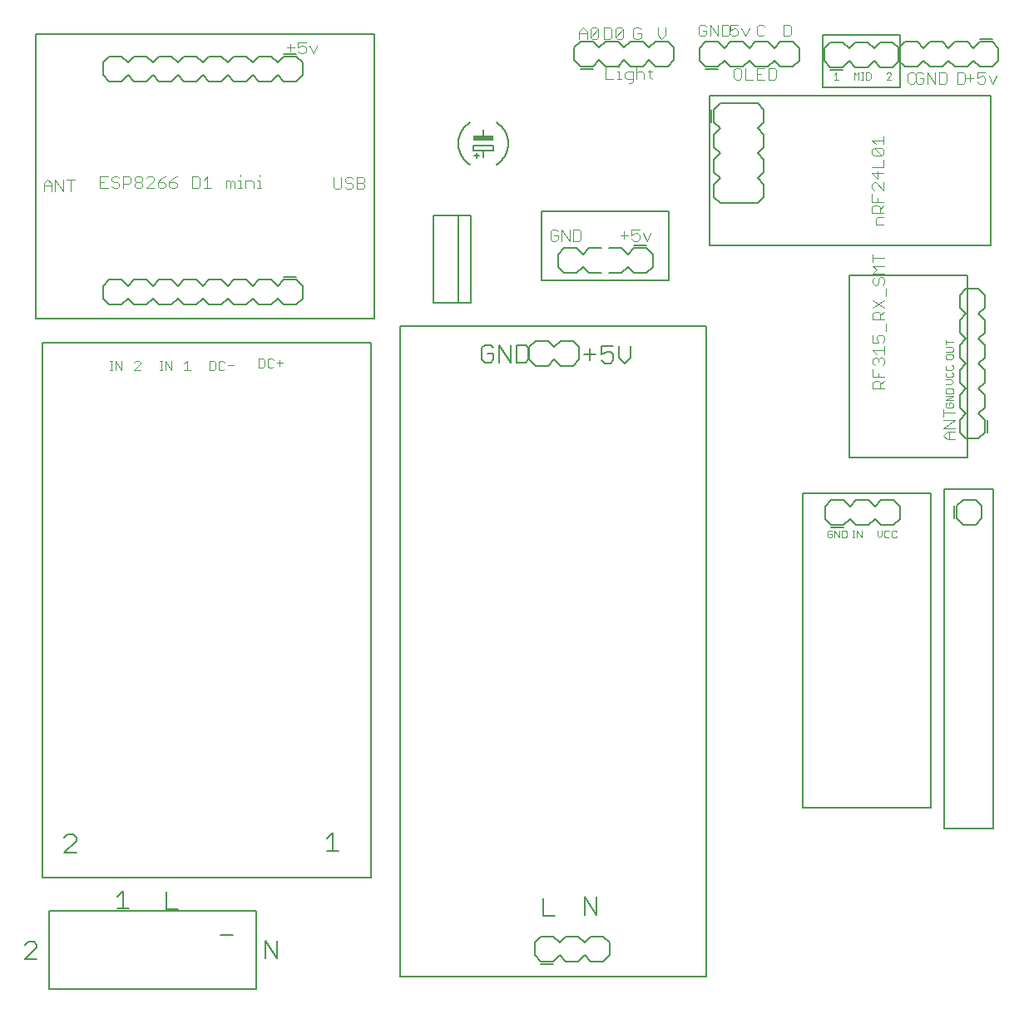
<source format=gto>
G75*
%MOIN*%
%OFA0B0*%
%FSLAX25Y25*%
%IPPOS*%
%LPD*%
%AMOC8*
5,1,8,0,0,1.08239X$1,22.5*
%
%ADD10C,0.00800*%
%ADD11C,0.00500*%
%ADD12C,0.00600*%
%ADD13R,0.08000X0.02000*%
%ADD14C,0.00400*%
%ADD15C,0.00300*%
D10*
X0102528Y0029756D02*
X0107528Y0029756D01*
X0228532Y0026768D02*
X0228532Y0021768D01*
X0231032Y0019268D01*
X0236032Y0019268D01*
X0238532Y0021768D01*
X0241032Y0019268D01*
X0246032Y0019268D01*
X0248532Y0021768D01*
X0251032Y0019268D01*
X0256032Y0019268D01*
X0258532Y0021768D01*
X0258532Y0026768D01*
X0256032Y0029268D01*
X0251032Y0029268D01*
X0248532Y0026768D01*
X0246032Y0029268D01*
X0241032Y0029268D01*
X0238532Y0026768D01*
X0236032Y0029268D01*
X0231032Y0029268D01*
X0228532Y0026768D01*
X0231032Y0018268D02*
X0236032Y0018268D01*
X0347331Y0193150D02*
X0352331Y0193150D01*
X0352331Y0194150D02*
X0347331Y0194150D01*
X0344831Y0196650D01*
X0344831Y0201650D01*
X0347331Y0204150D01*
X0352331Y0204150D01*
X0354831Y0201650D01*
X0357331Y0204150D01*
X0362331Y0204150D01*
X0364831Y0201650D01*
X0367331Y0204150D01*
X0372331Y0204150D01*
X0374831Y0201650D01*
X0374831Y0196650D01*
X0372331Y0194150D01*
X0367331Y0194150D01*
X0364831Y0196650D01*
X0362331Y0194150D01*
X0357331Y0194150D01*
X0354831Y0196650D01*
X0352331Y0194150D01*
X0396627Y0196846D02*
X0396627Y0201846D01*
X0397627Y0201846D02*
X0400127Y0204346D01*
X0405127Y0204346D01*
X0407627Y0201846D01*
X0407627Y0196846D01*
X0405127Y0194346D01*
X0400127Y0194346D01*
X0397627Y0196846D01*
X0397627Y0201846D01*
X0401426Y0228756D02*
X0398926Y0231256D01*
X0398926Y0236256D01*
X0401426Y0238756D01*
X0398926Y0241256D01*
X0398926Y0246256D01*
X0401426Y0248756D01*
X0398926Y0251256D01*
X0398926Y0256256D01*
X0401426Y0258756D01*
X0398926Y0261256D01*
X0398926Y0266256D01*
X0401426Y0268756D01*
X0398926Y0271256D01*
X0398926Y0276256D01*
X0401426Y0278756D01*
X0398926Y0281256D01*
X0398926Y0286256D01*
X0401426Y0288756D01*
X0406426Y0288756D01*
X0408926Y0286256D01*
X0408926Y0281256D01*
X0406426Y0278756D01*
X0408926Y0276256D01*
X0408926Y0271256D01*
X0406426Y0268756D01*
X0408926Y0266256D01*
X0408926Y0261256D01*
X0406426Y0258756D01*
X0408926Y0256256D01*
X0408926Y0251256D01*
X0406426Y0248756D01*
X0408926Y0246256D01*
X0408926Y0241256D01*
X0406426Y0238756D01*
X0408926Y0236256D01*
X0408926Y0231256D01*
X0406426Y0228756D01*
X0401426Y0228756D01*
X0409926Y0231256D02*
X0409926Y0236256D01*
X0320383Y0325626D02*
X0317883Y0323126D01*
X0302883Y0323126D01*
X0300383Y0325626D01*
X0300383Y0330626D01*
X0302883Y0333126D01*
X0300383Y0335626D01*
X0300383Y0340626D01*
X0302883Y0343126D01*
X0300383Y0345626D01*
X0300383Y0350626D01*
X0302883Y0353126D01*
X0300383Y0355626D01*
X0300383Y0360626D01*
X0302883Y0363126D01*
X0317883Y0363126D01*
X0320383Y0360626D01*
X0320383Y0355626D01*
X0317883Y0353126D01*
X0320383Y0350626D01*
X0320383Y0345626D01*
X0317883Y0343126D01*
X0320383Y0340626D01*
X0320383Y0335626D01*
X0317883Y0333126D01*
X0320383Y0330626D01*
X0320383Y0325626D01*
X0299383Y0355626D02*
X0299383Y0360626D01*
X0297095Y0376850D02*
X0302095Y0376850D01*
X0302095Y0377850D02*
X0297095Y0377850D01*
X0294595Y0380350D01*
X0294595Y0385350D01*
X0297095Y0387850D01*
X0302095Y0387850D01*
X0304595Y0385350D01*
X0307095Y0387850D01*
X0312095Y0387850D01*
X0314595Y0385350D01*
X0317095Y0387850D01*
X0322095Y0387850D01*
X0324595Y0385350D01*
X0327095Y0387850D01*
X0332095Y0387850D01*
X0334595Y0385350D01*
X0334595Y0380350D01*
X0332095Y0377850D01*
X0327095Y0377850D01*
X0324595Y0380350D01*
X0322095Y0377850D01*
X0317095Y0377850D01*
X0314595Y0380350D01*
X0312095Y0377850D01*
X0307095Y0377850D01*
X0304595Y0380350D01*
X0302095Y0377850D01*
X0284438Y0380429D02*
X0284438Y0385429D01*
X0281938Y0387929D01*
X0276938Y0387929D01*
X0274438Y0385429D01*
X0271938Y0387929D01*
X0266938Y0387929D01*
X0264438Y0385429D01*
X0261938Y0387929D01*
X0256938Y0387929D01*
X0254438Y0385429D01*
X0251938Y0387929D01*
X0246938Y0387929D01*
X0244438Y0385429D01*
X0244438Y0380429D01*
X0246938Y0377929D01*
X0251938Y0377929D01*
X0254438Y0380429D01*
X0256938Y0377929D01*
X0261938Y0377929D01*
X0264438Y0380429D01*
X0266938Y0377929D01*
X0271938Y0377929D01*
X0274438Y0380429D01*
X0276938Y0377929D01*
X0281938Y0377929D01*
X0284438Y0380429D01*
X0251938Y0376929D02*
X0246938Y0376929D01*
X0203080Y0318126D02*
X0187843Y0318126D01*
X0187942Y0318106D02*
X0187942Y0283106D01*
X0187843Y0283087D02*
X0203080Y0283087D01*
X0202942Y0283106D02*
X0202942Y0318106D01*
X0197942Y0318106D02*
X0197942Y0283106D01*
X0226406Y0265429D02*
X0226406Y0260429D01*
X0228906Y0257929D01*
X0233906Y0257929D01*
X0236406Y0260429D01*
X0238906Y0257929D01*
X0243906Y0257929D01*
X0246406Y0260429D01*
X0246406Y0265429D01*
X0243906Y0267929D01*
X0238906Y0267929D01*
X0236406Y0265429D01*
X0233906Y0267929D01*
X0228906Y0267929D01*
X0226406Y0265429D01*
X0240402Y0295094D02*
X0237902Y0297594D01*
X0237902Y0302594D01*
X0240402Y0305094D01*
X0245402Y0305094D01*
X0247902Y0302594D01*
X0250402Y0305094D01*
X0255402Y0305094D01*
X0258434Y0305094D02*
X0263434Y0305094D01*
X0265934Y0302594D01*
X0268434Y0305094D01*
X0273434Y0305094D01*
X0275934Y0302594D01*
X0275934Y0297594D01*
X0273434Y0295094D01*
X0268434Y0295094D01*
X0265934Y0297594D01*
X0263434Y0295094D01*
X0258434Y0295094D01*
X0255402Y0295094D02*
X0250402Y0295094D01*
X0247902Y0297594D01*
X0245402Y0295094D01*
X0240402Y0295094D01*
X0268434Y0306094D02*
X0273434Y0306094D01*
X0347017Y0376693D02*
X0352017Y0376693D01*
X0352017Y0377693D02*
X0347017Y0377693D01*
X0344517Y0380193D01*
X0344517Y0385193D01*
X0347017Y0387693D01*
X0352017Y0387693D01*
X0354517Y0385193D01*
X0357017Y0387693D01*
X0362017Y0387693D01*
X0364517Y0385193D01*
X0367017Y0387693D01*
X0372017Y0387693D01*
X0374517Y0385193D01*
X0374517Y0380193D01*
X0372017Y0377693D01*
X0367017Y0377693D01*
X0364517Y0380193D01*
X0362017Y0377693D01*
X0357017Y0377693D01*
X0354517Y0380193D01*
X0352017Y0377693D01*
X0374438Y0380272D02*
X0374438Y0385272D01*
X0376938Y0387772D01*
X0381938Y0387772D01*
X0384438Y0385272D01*
X0386938Y0387772D01*
X0391938Y0387772D01*
X0394438Y0385272D01*
X0396938Y0387772D01*
X0401938Y0387772D01*
X0404438Y0385272D01*
X0406938Y0387772D01*
X0411938Y0387772D01*
X0414438Y0385272D01*
X0414438Y0380272D01*
X0411938Y0377772D01*
X0406938Y0377772D01*
X0404438Y0380272D01*
X0401938Y0377772D01*
X0396938Y0377772D01*
X0394438Y0380272D01*
X0391938Y0377772D01*
X0386938Y0377772D01*
X0384438Y0380272D01*
X0381938Y0377772D01*
X0376938Y0377772D01*
X0374438Y0380272D01*
X0406938Y0388772D02*
X0411938Y0388772D01*
X0135501Y0379366D02*
X0135501Y0374366D01*
X0133001Y0371866D01*
X0128001Y0371866D01*
X0125501Y0374366D01*
X0123001Y0371866D01*
X0118001Y0371866D01*
X0115501Y0374366D01*
X0113001Y0371866D01*
X0108001Y0371866D01*
X0105501Y0374366D01*
X0103001Y0371866D01*
X0098001Y0371866D01*
X0095501Y0374366D01*
X0093001Y0371866D01*
X0088001Y0371866D01*
X0085501Y0374366D01*
X0083001Y0371866D01*
X0078001Y0371866D01*
X0075501Y0374366D01*
X0073001Y0371866D01*
X0068001Y0371866D01*
X0065501Y0374366D01*
X0063001Y0371866D01*
X0058001Y0371866D01*
X0055501Y0374366D01*
X0055501Y0379366D01*
X0058001Y0381866D01*
X0063001Y0381866D01*
X0065501Y0379366D01*
X0068001Y0381866D01*
X0073001Y0381866D01*
X0075501Y0379366D01*
X0078001Y0381866D01*
X0083001Y0381866D01*
X0085501Y0379366D01*
X0088001Y0381866D01*
X0093001Y0381866D01*
X0095501Y0379366D01*
X0098001Y0381866D01*
X0103001Y0381866D01*
X0105501Y0379366D01*
X0108001Y0381866D01*
X0113001Y0381866D01*
X0115501Y0379366D01*
X0118001Y0381866D01*
X0123001Y0381866D01*
X0125501Y0379366D01*
X0128001Y0381866D01*
X0133001Y0381866D01*
X0135501Y0379366D01*
X0133001Y0382866D02*
X0128001Y0382866D01*
X0128001Y0293496D02*
X0133001Y0293496D01*
X0133001Y0292496D02*
X0135501Y0289996D01*
X0135501Y0284996D01*
X0133001Y0282496D01*
X0128001Y0282496D01*
X0125501Y0284996D01*
X0123001Y0282496D01*
X0118001Y0282496D01*
X0115501Y0284996D01*
X0113001Y0282496D01*
X0108001Y0282496D01*
X0105501Y0284996D01*
X0103001Y0282496D01*
X0098001Y0282496D01*
X0095501Y0284996D01*
X0093001Y0282496D01*
X0088001Y0282496D01*
X0085501Y0284996D01*
X0083001Y0282496D01*
X0078001Y0282496D01*
X0075501Y0284996D01*
X0073001Y0282496D01*
X0068001Y0282496D01*
X0065501Y0284996D01*
X0063001Y0282496D01*
X0058001Y0282496D01*
X0055501Y0284996D01*
X0055501Y0289996D01*
X0058001Y0292496D01*
X0063001Y0292496D01*
X0065501Y0289996D01*
X0068001Y0292496D01*
X0073001Y0292496D01*
X0075501Y0289996D01*
X0078001Y0292496D01*
X0083001Y0292496D01*
X0085501Y0289996D01*
X0088001Y0292496D01*
X0093001Y0292496D01*
X0095501Y0289996D01*
X0098001Y0292496D01*
X0103001Y0292496D01*
X0105501Y0289996D01*
X0108001Y0292496D01*
X0113001Y0292496D01*
X0115501Y0289996D01*
X0118001Y0292496D01*
X0123001Y0292496D01*
X0125501Y0289996D01*
X0128001Y0292496D01*
X0133001Y0292496D01*
D11*
X0164320Y0276827D02*
X0164320Y0390764D01*
X0028729Y0390764D01*
X0028729Y0276827D01*
X0164320Y0276827D01*
X0163060Y0267339D02*
X0031328Y0267339D01*
X0031328Y0052772D01*
X0163060Y0052772D01*
X0163060Y0267339D01*
X0174595Y0273992D02*
X0174595Y0013323D01*
X0297272Y0013323D01*
X0297272Y0273992D01*
X0174595Y0273992D01*
X0231249Y0292339D02*
X0231249Y0319898D01*
X0282430Y0319898D01*
X0282430Y0292339D01*
X0231249Y0292339D01*
X0298572Y0306118D02*
X0298572Y0366354D01*
X0411170Y0366354D01*
X0411170Y0306118D01*
X0298572Y0306118D01*
X0354674Y0294110D02*
X0401918Y0294110D01*
X0401918Y0221118D01*
X0354674Y0221118D01*
X0354674Y0294110D01*
X0343926Y0369465D02*
X0343926Y0390449D01*
X0375028Y0390449D01*
X0375028Y0369465D01*
X0343926Y0369465D01*
X0335973Y0206906D02*
X0335973Y0080921D01*
X0387154Y0080921D01*
X0387154Y0206906D01*
X0335973Y0206906D01*
X0392666Y0208480D02*
X0392666Y0072654D01*
X0412351Y0072654D01*
X0412351Y0208480D01*
X0392666Y0208480D01*
X0116918Y0039622D02*
X0116918Y0008126D01*
X0033926Y0008126D01*
X0033926Y0039622D01*
X0116918Y0039622D01*
D12*
X0029025Y0024749D02*
X0024354Y0020078D01*
X0029025Y0020078D01*
X0029025Y0024749D02*
X0029025Y0025916D01*
X0027857Y0027084D01*
X0025522Y0027084D01*
X0024354Y0025916D01*
X0061323Y0040472D02*
X0065993Y0040472D01*
X0063658Y0040472D02*
X0063658Y0047478D01*
X0061323Y0045142D01*
X0080929Y0047084D02*
X0080929Y0040078D01*
X0085599Y0040078D01*
X0120535Y0027517D02*
X0120535Y0020511D01*
X0125206Y0020511D02*
X0120535Y0027517D01*
X0125206Y0027517D02*
X0125206Y0020511D01*
X0145243Y0063583D02*
X0150097Y0063583D01*
X0147670Y0063583D02*
X0147670Y0070864D01*
X0145243Y0068437D01*
X0232031Y0044604D02*
X0232031Y0037598D01*
X0236702Y0037598D01*
X0248763Y0038031D02*
X0248763Y0045037D01*
X0253434Y0038031D01*
X0253434Y0045037D01*
X0044821Y0062796D02*
X0039968Y0062796D01*
X0044821Y0067650D01*
X0044821Y0068863D01*
X0043608Y0070076D01*
X0041181Y0070076D01*
X0039968Y0068863D01*
X0208543Y0259292D02*
X0207376Y0260460D01*
X0207376Y0265130D01*
X0208543Y0266298D01*
X0210879Y0266298D01*
X0212046Y0265130D01*
X0212046Y0262795D02*
X0209711Y0262795D01*
X0212046Y0262795D02*
X0212046Y0260460D01*
X0210879Y0259292D01*
X0208543Y0259292D01*
X0214374Y0259292D02*
X0214374Y0266298D01*
X0219044Y0259292D01*
X0219044Y0266298D01*
X0221372Y0266298D02*
X0221372Y0259292D01*
X0224875Y0259292D01*
X0226042Y0260460D01*
X0226042Y0265130D01*
X0224875Y0266298D01*
X0221372Y0266298D01*
X0248399Y0262401D02*
X0253070Y0262401D01*
X0255397Y0262401D02*
X0257733Y0263569D01*
X0258900Y0263569D01*
X0260068Y0262401D01*
X0260068Y0260066D01*
X0258900Y0258898D01*
X0256565Y0258898D01*
X0255397Y0260066D01*
X0255397Y0262401D02*
X0255397Y0265904D01*
X0260068Y0265904D01*
X0262395Y0265904D02*
X0262395Y0261234D01*
X0264730Y0258898D01*
X0267066Y0261234D01*
X0267066Y0265904D01*
X0250735Y0264737D02*
X0250735Y0260066D01*
X0207942Y0341563D02*
X0207942Y0344063D01*
X0203942Y0344063D01*
X0203942Y0346063D01*
X0211942Y0346063D01*
X0211942Y0344063D01*
X0207942Y0344063D01*
X0206442Y0342063D02*
X0204442Y0342063D01*
X0205442Y0341063D02*
X0205442Y0343063D01*
X0213230Y0338576D02*
X0213436Y0338707D01*
X0213638Y0338844D01*
X0213837Y0338986D01*
X0214033Y0339132D01*
X0214225Y0339283D01*
X0214413Y0339439D01*
X0214597Y0339599D01*
X0214777Y0339764D01*
X0214954Y0339933D01*
X0215126Y0340106D01*
X0215293Y0340284D01*
X0215457Y0340465D01*
X0215616Y0340651D01*
X0215770Y0340840D01*
X0215920Y0341033D01*
X0216065Y0341230D01*
X0216205Y0341430D01*
X0216340Y0341633D01*
X0216470Y0341840D01*
X0216595Y0342050D01*
X0216715Y0342263D01*
X0216829Y0342478D01*
X0216938Y0342697D01*
X0217042Y0342918D01*
X0217141Y0343141D01*
X0217234Y0343367D01*
X0217321Y0343595D01*
X0217403Y0343825D01*
X0217480Y0344057D01*
X0217550Y0344291D01*
X0217615Y0344527D01*
X0217674Y0344764D01*
X0217727Y0345002D01*
X0217775Y0345241D01*
X0217816Y0345482D01*
X0217852Y0345724D01*
X0217882Y0345966D01*
X0217905Y0346209D01*
X0217923Y0346453D01*
X0217935Y0346697D01*
X0217941Y0346941D01*
X0217941Y0347185D01*
X0217935Y0347429D01*
X0217923Y0347673D01*
X0217905Y0347917D01*
X0217882Y0348160D01*
X0217852Y0348402D01*
X0217816Y0348644D01*
X0217775Y0348885D01*
X0217727Y0349124D01*
X0217674Y0349362D01*
X0217615Y0349599D01*
X0217550Y0349835D01*
X0217480Y0350069D01*
X0217403Y0350301D01*
X0217321Y0350531D01*
X0217234Y0350759D01*
X0217141Y0350985D01*
X0217042Y0351208D01*
X0216938Y0351429D01*
X0216829Y0351648D01*
X0216715Y0351863D01*
X0216595Y0352076D01*
X0216470Y0352286D01*
X0216340Y0352493D01*
X0216205Y0352696D01*
X0216065Y0352896D01*
X0215920Y0353093D01*
X0215770Y0353286D01*
X0215616Y0353475D01*
X0215457Y0353661D01*
X0215293Y0353842D01*
X0215126Y0354020D01*
X0214954Y0354193D01*
X0214777Y0354362D01*
X0214597Y0354527D01*
X0214413Y0354687D01*
X0214225Y0354843D01*
X0214033Y0354994D01*
X0213837Y0355140D01*
X0213638Y0355282D01*
X0213436Y0355419D01*
X0213230Y0355550D01*
X0207942Y0352563D02*
X0207942Y0349563D01*
X0202654Y0355550D02*
X0202448Y0355419D01*
X0202246Y0355282D01*
X0202047Y0355140D01*
X0201851Y0354994D01*
X0201659Y0354843D01*
X0201471Y0354687D01*
X0201287Y0354527D01*
X0201107Y0354362D01*
X0200930Y0354193D01*
X0200758Y0354020D01*
X0200591Y0353842D01*
X0200427Y0353661D01*
X0200268Y0353475D01*
X0200114Y0353286D01*
X0199964Y0353093D01*
X0199819Y0352896D01*
X0199679Y0352696D01*
X0199544Y0352493D01*
X0199414Y0352286D01*
X0199289Y0352076D01*
X0199169Y0351863D01*
X0199055Y0351648D01*
X0198946Y0351429D01*
X0198842Y0351208D01*
X0198743Y0350985D01*
X0198650Y0350759D01*
X0198563Y0350531D01*
X0198481Y0350301D01*
X0198404Y0350069D01*
X0198334Y0349835D01*
X0198269Y0349599D01*
X0198210Y0349362D01*
X0198157Y0349124D01*
X0198109Y0348885D01*
X0198068Y0348644D01*
X0198032Y0348402D01*
X0198002Y0348160D01*
X0197979Y0347917D01*
X0197961Y0347673D01*
X0197949Y0347429D01*
X0197943Y0347185D01*
X0197943Y0346941D01*
X0197949Y0346697D01*
X0197961Y0346453D01*
X0197979Y0346209D01*
X0198002Y0345966D01*
X0198032Y0345724D01*
X0198068Y0345482D01*
X0198109Y0345241D01*
X0198157Y0345002D01*
X0198210Y0344764D01*
X0198269Y0344527D01*
X0198334Y0344291D01*
X0198404Y0344057D01*
X0198481Y0343825D01*
X0198563Y0343595D01*
X0198650Y0343367D01*
X0198743Y0343141D01*
X0198842Y0342918D01*
X0198946Y0342697D01*
X0199055Y0342478D01*
X0199169Y0342263D01*
X0199289Y0342050D01*
X0199414Y0341840D01*
X0199544Y0341633D01*
X0199679Y0341430D01*
X0199819Y0341230D01*
X0199964Y0341033D01*
X0200114Y0340840D01*
X0200268Y0340651D01*
X0200427Y0340465D01*
X0200591Y0340284D01*
X0200758Y0340106D01*
X0200930Y0339933D01*
X0201107Y0339764D01*
X0201287Y0339599D01*
X0201471Y0339439D01*
X0201659Y0339283D01*
X0201851Y0339132D01*
X0202047Y0338986D01*
X0202246Y0338844D01*
X0202448Y0338707D01*
X0202654Y0338576D01*
D13*
X0207942Y0349063D03*
D14*
X0235570Y0312576D02*
X0234802Y0311808D01*
X0234802Y0308739D01*
X0235570Y0307972D01*
X0237104Y0307972D01*
X0237872Y0308739D01*
X0237872Y0310274D01*
X0236337Y0310274D01*
X0237872Y0311808D02*
X0237104Y0312576D01*
X0235570Y0312576D01*
X0239406Y0312576D02*
X0242476Y0307972D01*
X0242476Y0312576D01*
X0244010Y0312576D02*
X0244010Y0307972D01*
X0246312Y0307972D01*
X0247080Y0308739D01*
X0247080Y0311808D01*
X0246312Y0312576D01*
X0244010Y0312576D01*
X0239406Y0312576D02*
X0239406Y0307972D01*
X0262834Y0310274D02*
X0265903Y0310274D01*
X0267438Y0310274D02*
X0268972Y0311041D01*
X0269740Y0311041D01*
X0270507Y0310274D01*
X0270507Y0308739D01*
X0269740Y0307972D01*
X0268205Y0307972D01*
X0267438Y0308739D01*
X0267438Y0310274D02*
X0267438Y0312576D01*
X0270507Y0312576D01*
X0272042Y0311041D02*
X0273576Y0307972D01*
X0275111Y0311041D01*
X0264369Y0311808D02*
X0264369Y0308739D01*
X0266247Y0371240D02*
X0267015Y0371240D01*
X0267782Y0372007D01*
X0267782Y0375844D01*
X0265480Y0375844D01*
X0264713Y0375077D01*
X0264713Y0373542D01*
X0265480Y0372775D01*
X0267782Y0372775D01*
X0269316Y0372775D02*
X0269316Y0377379D01*
X0270084Y0375844D02*
X0271618Y0375844D01*
X0272386Y0375077D01*
X0272386Y0372775D01*
X0274688Y0373542D02*
X0274688Y0376611D01*
X0275455Y0375844D02*
X0273920Y0375844D01*
X0274688Y0373542D02*
X0275455Y0372775D01*
X0270084Y0375844D02*
X0269316Y0375077D01*
X0263178Y0372775D02*
X0261643Y0372775D01*
X0262411Y0372775D02*
X0262411Y0375844D01*
X0261643Y0375844D01*
X0262411Y0377379D02*
X0262411Y0378146D01*
X0257039Y0377379D02*
X0257039Y0372775D01*
X0260109Y0372775D01*
X0261623Y0388917D02*
X0260856Y0389684D01*
X0263925Y0392753D01*
X0263925Y0389684D01*
X0263158Y0388917D01*
X0261623Y0388917D01*
X0260856Y0389684D02*
X0260856Y0392753D01*
X0261623Y0393520D01*
X0263158Y0393520D01*
X0263925Y0392753D01*
X0268063Y0392753D02*
X0268063Y0389684D01*
X0268830Y0388917D01*
X0270365Y0388917D01*
X0271132Y0389684D01*
X0271132Y0391218D01*
X0269598Y0391218D01*
X0271132Y0392753D02*
X0270365Y0393520D01*
X0268830Y0393520D01*
X0268063Y0392753D01*
X0259321Y0392753D02*
X0258554Y0393520D01*
X0256252Y0393520D01*
X0256252Y0388917D01*
X0258554Y0388917D01*
X0259321Y0389684D01*
X0259321Y0392753D01*
X0254083Y0392753D02*
X0251013Y0389684D01*
X0251781Y0388917D01*
X0253315Y0388917D01*
X0254083Y0389684D01*
X0254083Y0392753D01*
X0253315Y0393520D01*
X0251781Y0393520D01*
X0251013Y0392753D01*
X0251013Y0389684D01*
X0249479Y0388917D02*
X0249479Y0391986D01*
X0247944Y0393520D01*
X0246409Y0391986D01*
X0246409Y0388917D01*
X0246409Y0391218D02*
X0249479Y0391218D01*
X0277906Y0390451D02*
X0279440Y0388917D01*
X0280975Y0390451D01*
X0280975Y0393520D01*
X0277906Y0393520D02*
X0277906Y0390451D01*
X0294283Y0390826D02*
X0294283Y0393895D01*
X0295051Y0394662D01*
X0296585Y0394662D01*
X0297353Y0393895D01*
X0297353Y0392360D02*
X0295818Y0392360D01*
X0297353Y0392360D02*
X0297353Y0390826D01*
X0296585Y0390058D01*
X0295051Y0390058D01*
X0294283Y0390826D01*
X0298887Y0390058D02*
X0298887Y0394662D01*
X0301957Y0390058D01*
X0301957Y0394662D01*
X0303491Y0394662D02*
X0305793Y0394662D01*
X0306561Y0393895D01*
X0306561Y0390826D01*
X0305793Y0390058D01*
X0303491Y0390058D01*
X0303491Y0394662D01*
X0306783Y0394662D02*
X0306783Y0392360D01*
X0308318Y0393128D01*
X0309085Y0393128D01*
X0309853Y0392360D01*
X0309853Y0390826D01*
X0309085Y0390058D01*
X0307551Y0390058D01*
X0306783Y0390826D01*
X0306783Y0394662D02*
X0309853Y0394662D01*
X0311387Y0393128D02*
X0312922Y0390058D01*
X0314457Y0393128D01*
X0317571Y0393895D02*
X0317571Y0390826D01*
X0318338Y0390058D01*
X0319873Y0390058D01*
X0320640Y0390826D01*
X0320640Y0393895D02*
X0319873Y0394662D01*
X0318338Y0394662D01*
X0317571Y0393895D01*
X0328358Y0394662D02*
X0330660Y0394662D01*
X0331428Y0393895D01*
X0331428Y0390826D01*
X0330660Y0390058D01*
X0328358Y0390058D01*
X0328358Y0394662D01*
X0324492Y0377300D02*
X0322190Y0377300D01*
X0322190Y0372696D01*
X0324492Y0372696D01*
X0325259Y0373463D01*
X0325259Y0376533D01*
X0324492Y0377300D01*
X0320655Y0377300D02*
X0317586Y0377300D01*
X0317586Y0372696D01*
X0320655Y0372696D01*
X0319120Y0374998D02*
X0317586Y0374998D01*
X0316051Y0372696D02*
X0312982Y0372696D01*
X0312982Y0377300D01*
X0311447Y0376533D02*
X0311447Y0373463D01*
X0310680Y0372696D01*
X0309145Y0372696D01*
X0308378Y0373463D01*
X0308378Y0376533D01*
X0309145Y0377300D01*
X0310680Y0377300D01*
X0311447Y0376533D01*
X0363768Y0348249D02*
X0368372Y0348249D01*
X0368372Y0349783D02*
X0368372Y0346714D01*
X0367604Y0345179D02*
X0368372Y0344412D01*
X0368372Y0342877D01*
X0367604Y0342110D01*
X0364535Y0345179D01*
X0367604Y0345179D01*
X0365302Y0346714D02*
X0363768Y0348249D01*
X0364535Y0345179D02*
X0363768Y0344412D01*
X0363768Y0342877D01*
X0364535Y0342110D01*
X0367604Y0342110D01*
X0368372Y0340576D02*
X0368372Y0337506D01*
X0363768Y0337506D01*
X0363768Y0335204D02*
X0366070Y0332902D01*
X0366070Y0335972D01*
X0368372Y0335204D02*
X0363768Y0335204D01*
X0364535Y0331368D02*
X0363768Y0330600D01*
X0363768Y0329066D01*
X0364535Y0328298D01*
X0363768Y0326764D02*
X0363768Y0323694D01*
X0368372Y0323694D01*
X0368372Y0322160D02*
X0366837Y0320625D01*
X0366837Y0321393D02*
X0366837Y0319091D01*
X0368372Y0319091D02*
X0363768Y0319091D01*
X0363768Y0321393D01*
X0364535Y0322160D01*
X0366070Y0322160D01*
X0366837Y0321393D01*
X0366070Y0323694D02*
X0366070Y0325229D01*
X0368372Y0328298D02*
X0365302Y0331368D01*
X0364535Y0331368D01*
X0368372Y0331368D02*
X0368372Y0328298D01*
X0368372Y0317556D02*
X0366070Y0317556D01*
X0365302Y0316789D01*
X0365302Y0314487D01*
X0368372Y0314487D01*
X0364043Y0302590D02*
X0364043Y0299520D01*
X0364043Y0297986D02*
X0368647Y0297986D01*
X0368647Y0301055D02*
X0364043Y0301055D01*
X0364043Y0297986D02*
X0365578Y0296451D01*
X0364043Y0294916D01*
X0368647Y0294916D01*
X0367880Y0293382D02*
X0368647Y0292614D01*
X0368647Y0291080D01*
X0367880Y0290312D01*
X0366345Y0291080D02*
X0366345Y0292614D01*
X0367113Y0293382D01*
X0367880Y0293382D01*
X0366345Y0291080D02*
X0365578Y0290312D01*
X0364811Y0290312D01*
X0364043Y0291080D01*
X0364043Y0292614D01*
X0364811Y0293382D01*
X0369415Y0288778D02*
X0369415Y0285709D01*
X0368647Y0284174D02*
X0364043Y0281105D01*
X0364811Y0279570D02*
X0364043Y0278803D01*
X0364043Y0276501D01*
X0368647Y0276501D01*
X0367113Y0276501D02*
X0367113Y0278803D01*
X0366345Y0279570D01*
X0364811Y0279570D01*
X0367113Y0278035D02*
X0368647Y0279570D01*
X0368647Y0281105D02*
X0364043Y0284174D01*
X0369415Y0274966D02*
X0369415Y0271897D01*
X0367880Y0270362D02*
X0368647Y0269595D01*
X0368647Y0268060D01*
X0367880Y0267293D01*
X0366345Y0267293D02*
X0365578Y0268827D01*
X0365578Y0269595D01*
X0366345Y0270362D01*
X0367880Y0270362D01*
X0366345Y0267293D02*
X0364043Y0267293D01*
X0364043Y0270362D01*
X0364043Y0264224D02*
X0368647Y0264224D01*
X0368647Y0265758D02*
X0368647Y0262689D01*
X0367880Y0261154D02*
X0368647Y0260387D01*
X0368647Y0258852D01*
X0367880Y0258085D01*
X0366345Y0259620D02*
X0366345Y0260387D01*
X0367113Y0261154D01*
X0367880Y0261154D01*
X0366345Y0260387D02*
X0365578Y0261154D01*
X0364811Y0261154D01*
X0364043Y0260387D01*
X0364043Y0258852D01*
X0364811Y0258085D01*
X0364043Y0256550D02*
X0364043Y0253481D01*
X0368647Y0253481D01*
X0368647Y0251946D02*
X0367113Y0250412D01*
X0367113Y0251179D02*
X0367113Y0248877D01*
X0368647Y0248877D02*
X0364043Y0248877D01*
X0364043Y0251179D01*
X0364811Y0251946D01*
X0366345Y0251946D01*
X0367113Y0251179D01*
X0366345Y0253481D02*
X0366345Y0255016D01*
X0365578Y0262689D02*
X0364043Y0264224D01*
X0392390Y0240682D02*
X0392390Y0237613D01*
X0392390Y0239147D02*
X0396994Y0239147D01*
X0396994Y0236078D02*
X0392390Y0236078D01*
X0392390Y0233009D02*
X0396994Y0236078D01*
X0396994Y0233009D02*
X0392390Y0233009D01*
X0393924Y0231474D02*
X0396994Y0231474D01*
X0394692Y0231474D02*
X0394692Y0228405D01*
X0393924Y0228405D02*
X0396994Y0228405D01*
X0393924Y0228405D02*
X0392390Y0229939D01*
X0393924Y0231474D01*
X0392848Y0370964D02*
X0393615Y0371731D01*
X0393615Y0374800D01*
X0392848Y0375568D01*
X0390546Y0375568D01*
X0390546Y0370964D01*
X0392848Y0370964D01*
X0389011Y0370964D02*
X0389011Y0375568D01*
X0385942Y0375568D02*
X0389011Y0370964D01*
X0385942Y0370964D02*
X0385942Y0375568D01*
X0384407Y0374800D02*
X0383640Y0375568D01*
X0382105Y0375568D01*
X0381338Y0374800D01*
X0381338Y0371731D01*
X0382105Y0370964D01*
X0383640Y0370964D01*
X0384407Y0371731D01*
X0384407Y0373266D01*
X0382872Y0373266D01*
X0381115Y0374800D02*
X0380348Y0375568D01*
X0378813Y0375568D01*
X0378046Y0374800D01*
X0378046Y0371731D01*
X0378813Y0370964D01*
X0380348Y0370964D01*
X0381115Y0371731D01*
X0398046Y0370964D02*
X0400348Y0370964D01*
X0401115Y0371731D01*
X0401115Y0374800D01*
X0400348Y0375568D01*
X0398046Y0375568D01*
X0398046Y0370964D01*
X0401338Y0373266D02*
X0404407Y0373266D01*
X0405942Y0373266D02*
X0407476Y0374033D01*
X0408244Y0374033D01*
X0409011Y0373266D01*
X0409011Y0371731D01*
X0408244Y0370964D01*
X0406709Y0370964D01*
X0405942Y0371731D01*
X0405942Y0373266D02*
X0405942Y0375568D01*
X0409011Y0375568D01*
X0410546Y0374033D02*
X0412080Y0370964D01*
X0413615Y0374033D01*
X0402872Y0374800D02*
X0402872Y0371731D01*
X0160229Y0332714D02*
X0160229Y0331946D01*
X0159462Y0331179D01*
X0157160Y0331179D01*
X0155625Y0330412D02*
X0155625Y0329644D01*
X0154858Y0328877D01*
X0153323Y0328877D01*
X0152556Y0329644D01*
X0151021Y0329644D02*
X0151021Y0333481D01*
X0152556Y0332714D02*
X0152556Y0331946D01*
X0153323Y0331179D01*
X0154858Y0331179D01*
X0155625Y0330412D01*
X0157160Y0328877D02*
X0159462Y0328877D01*
X0160229Y0329644D01*
X0160229Y0330412D01*
X0159462Y0331179D01*
X0160229Y0332714D02*
X0159462Y0333481D01*
X0157160Y0333481D01*
X0157160Y0328877D01*
X0155625Y0332714D02*
X0154858Y0333481D01*
X0153323Y0333481D01*
X0152556Y0332714D01*
X0151021Y0329644D02*
X0150254Y0328877D01*
X0148719Y0328877D01*
X0147952Y0329644D01*
X0147952Y0333481D01*
X0118890Y0329231D02*
X0117356Y0329231D01*
X0118123Y0329231D02*
X0118123Y0332301D01*
X0117356Y0332301D01*
X0118123Y0333835D02*
X0118123Y0334603D01*
X0115054Y0332301D02*
X0115821Y0331533D01*
X0115821Y0329231D01*
X0112752Y0329231D02*
X0112752Y0332301D01*
X0115054Y0332301D01*
X0110450Y0332301D02*
X0110450Y0329231D01*
X0109683Y0329231D02*
X0111217Y0329231D01*
X0108148Y0329231D02*
X0108148Y0331533D01*
X0107381Y0332301D01*
X0106613Y0331533D01*
X0106613Y0329231D01*
X0105079Y0329231D02*
X0105079Y0332301D01*
X0105846Y0332301D01*
X0106613Y0331533D01*
X0109683Y0332301D02*
X0110450Y0332301D01*
X0110450Y0333835D02*
X0110450Y0334603D01*
X0098940Y0329231D02*
X0095871Y0329231D01*
X0097405Y0329231D02*
X0097405Y0333835D01*
X0095871Y0332301D01*
X0094336Y0333068D02*
X0093569Y0333835D01*
X0091267Y0333835D01*
X0091267Y0329231D01*
X0093569Y0329231D01*
X0094336Y0329999D01*
X0094336Y0333068D01*
X0085128Y0333835D02*
X0083594Y0333068D01*
X0082059Y0331533D01*
X0084361Y0331533D01*
X0085128Y0330766D01*
X0085128Y0329999D01*
X0084361Y0329231D01*
X0082826Y0329231D01*
X0082059Y0329999D01*
X0082059Y0331533D01*
X0080524Y0330766D02*
X0079757Y0331533D01*
X0077455Y0331533D01*
X0077455Y0329999D01*
X0078222Y0329231D01*
X0079757Y0329231D01*
X0080524Y0329999D01*
X0080524Y0330766D01*
X0078990Y0333068D02*
X0077455Y0331533D01*
X0075920Y0332301D02*
X0075920Y0333068D01*
X0075153Y0333835D01*
X0073618Y0333835D01*
X0072851Y0333068D01*
X0071317Y0333068D02*
X0071317Y0332301D01*
X0070549Y0331533D01*
X0069015Y0331533D01*
X0068247Y0332301D01*
X0068247Y0333068D01*
X0069015Y0333835D01*
X0070549Y0333835D01*
X0071317Y0333068D01*
X0070549Y0331533D02*
X0071317Y0330766D01*
X0071317Y0329999D01*
X0070549Y0329231D01*
X0069015Y0329231D01*
X0068247Y0329999D01*
X0068247Y0330766D01*
X0069015Y0331533D01*
X0066713Y0331533D02*
X0065945Y0330766D01*
X0063643Y0330766D01*
X0062109Y0330766D02*
X0062109Y0329999D01*
X0061341Y0329231D01*
X0059807Y0329231D01*
X0059039Y0329999D01*
X0057505Y0329231D02*
X0054435Y0329231D01*
X0054435Y0333835D01*
X0057505Y0333835D01*
X0059039Y0333068D02*
X0059039Y0332301D01*
X0059807Y0331533D01*
X0061341Y0331533D01*
X0062109Y0330766D01*
X0063643Y0329231D02*
X0063643Y0333835D01*
X0065945Y0333835D01*
X0066713Y0333068D01*
X0066713Y0331533D01*
X0062109Y0333068D02*
X0061341Y0333835D01*
X0059807Y0333835D01*
X0059039Y0333068D01*
X0055970Y0331533D02*
X0054435Y0331533D01*
X0044120Y0332576D02*
X0041050Y0332576D01*
X0039516Y0332576D02*
X0039516Y0327972D01*
X0036446Y0332576D01*
X0036446Y0327972D01*
X0034912Y0327972D02*
X0034912Y0331041D01*
X0033377Y0332576D01*
X0031843Y0331041D01*
X0031843Y0327972D01*
X0031843Y0330274D02*
X0034912Y0330274D01*
X0042585Y0327972D02*
X0042585Y0332576D01*
X0072851Y0329231D02*
X0075920Y0332301D01*
X0075920Y0329231D02*
X0072851Y0329231D01*
X0078990Y0333068D02*
X0080524Y0333835D01*
X0130652Y0383857D02*
X0130652Y0386926D01*
X0129117Y0385392D02*
X0132187Y0385392D01*
X0133721Y0385392D02*
X0135256Y0386159D01*
X0136023Y0386159D01*
X0136791Y0385392D01*
X0136791Y0383857D01*
X0136023Y0383090D01*
X0134489Y0383090D01*
X0133721Y0383857D01*
X0133721Y0385392D02*
X0133721Y0387694D01*
X0136791Y0387694D01*
X0138325Y0386159D02*
X0139860Y0383090D01*
X0141394Y0386159D01*
D15*
X0123325Y0260893D02*
X0122091Y0260893D01*
X0121473Y0260275D01*
X0121473Y0257807D01*
X0122091Y0257189D01*
X0123325Y0257189D01*
X0123942Y0257807D01*
X0125157Y0259041D02*
X0127625Y0259041D01*
X0126391Y0260275D02*
X0126391Y0257807D01*
X0123942Y0260275D02*
X0123325Y0260893D01*
X0120259Y0260275D02*
X0120259Y0257807D01*
X0119642Y0257189D01*
X0117790Y0257189D01*
X0117790Y0260893D01*
X0119642Y0260893D01*
X0120259Y0260275D01*
X0107960Y0258096D02*
X0105491Y0258096D01*
X0104277Y0256862D02*
X0103660Y0256244D01*
X0102425Y0256244D01*
X0101808Y0256862D01*
X0101808Y0259330D01*
X0102425Y0259948D01*
X0103660Y0259948D01*
X0104277Y0259330D01*
X0100594Y0259330D02*
X0100594Y0256862D01*
X0099977Y0256244D01*
X0098125Y0256244D01*
X0098125Y0259948D01*
X0099977Y0259948D01*
X0100594Y0259330D01*
X0090460Y0256244D02*
X0087991Y0256244D01*
X0089226Y0256244D02*
X0089226Y0259948D01*
X0087991Y0258713D01*
X0083094Y0259948D02*
X0083094Y0256244D01*
X0080625Y0259948D01*
X0080625Y0256244D01*
X0079404Y0256244D02*
X0078170Y0256244D01*
X0078787Y0256244D02*
X0078787Y0259948D01*
X0078170Y0259948D02*
X0079404Y0259948D01*
X0070460Y0259330D02*
X0069843Y0259948D01*
X0068608Y0259948D01*
X0067991Y0259330D01*
X0070460Y0259330D02*
X0070460Y0258713D01*
X0067991Y0256244D01*
X0070460Y0256244D01*
X0063094Y0256244D02*
X0063094Y0259948D01*
X0060625Y0259948D02*
X0060625Y0256244D01*
X0059404Y0256244D02*
X0058170Y0256244D01*
X0058787Y0256244D02*
X0058787Y0259948D01*
X0058170Y0259948D02*
X0059404Y0259948D01*
X0060625Y0259948D02*
X0063094Y0256244D01*
X0345808Y0191440D02*
X0345808Y0189539D01*
X0346284Y0189063D01*
X0347234Y0189063D01*
X0347710Y0189539D01*
X0347710Y0190489D01*
X0346759Y0190489D01*
X0347710Y0191440D02*
X0347234Y0191915D01*
X0346284Y0191915D01*
X0345808Y0191440D01*
X0348708Y0191915D02*
X0350610Y0189063D01*
X0350610Y0191915D01*
X0351608Y0191915D02*
X0351608Y0189063D01*
X0353035Y0189063D01*
X0353510Y0189539D01*
X0353510Y0191440D01*
X0353035Y0191915D01*
X0351608Y0191915D01*
X0348708Y0191915D02*
X0348708Y0189063D01*
X0355808Y0189063D02*
X0356759Y0189063D01*
X0356284Y0189063D02*
X0356284Y0191915D01*
X0356759Y0191915D02*
X0355808Y0191915D01*
X0357742Y0191915D02*
X0359643Y0189063D01*
X0359643Y0191915D01*
X0357742Y0191915D02*
X0357742Y0189063D01*
X0365808Y0190014D02*
X0366759Y0189063D01*
X0367710Y0190014D01*
X0367710Y0191915D01*
X0368708Y0191440D02*
X0368708Y0189539D01*
X0369184Y0189063D01*
X0370134Y0189063D01*
X0370610Y0189539D01*
X0371608Y0189539D02*
X0372084Y0189063D01*
X0373035Y0189063D01*
X0373510Y0189539D01*
X0373510Y0191440D02*
X0373035Y0191915D01*
X0372084Y0191915D01*
X0371608Y0191440D01*
X0371608Y0189539D01*
X0370610Y0191440D02*
X0370134Y0191915D01*
X0369184Y0191915D01*
X0368708Y0191440D01*
X0365808Y0191915D02*
X0365808Y0190014D01*
X0393761Y0241189D02*
X0395663Y0241189D01*
X0396138Y0241665D01*
X0396138Y0242615D01*
X0395663Y0243091D01*
X0394712Y0243091D01*
X0394712Y0242140D01*
X0393761Y0241189D02*
X0393286Y0241665D01*
X0393286Y0242615D01*
X0393761Y0243091D01*
X0393286Y0244089D02*
X0396138Y0245991D01*
X0393286Y0245991D01*
X0393286Y0246990D02*
X0393286Y0248416D01*
X0393761Y0248891D01*
X0395663Y0248891D01*
X0396138Y0248416D01*
X0396138Y0246990D01*
X0393286Y0246990D01*
X0393286Y0244089D02*
X0396138Y0244089D01*
X0395188Y0250559D02*
X0393286Y0250559D01*
X0395188Y0250559D02*
X0396138Y0251510D01*
X0395188Y0252461D01*
X0393286Y0252461D01*
X0393761Y0253460D02*
X0395663Y0253460D01*
X0396138Y0253935D01*
X0396138Y0254886D01*
X0395663Y0255361D01*
X0395663Y0256360D02*
X0396138Y0256835D01*
X0396138Y0257786D01*
X0395663Y0258261D01*
X0395663Y0256360D02*
X0393761Y0256360D01*
X0393286Y0256835D01*
X0393286Y0257786D01*
X0393761Y0258261D01*
X0393761Y0260638D02*
X0395663Y0260638D01*
X0396138Y0261114D01*
X0396138Y0262064D01*
X0395663Y0262540D01*
X0393761Y0262540D01*
X0393286Y0262064D01*
X0393286Y0261114D01*
X0393761Y0260638D01*
X0393286Y0263538D02*
X0395663Y0263538D01*
X0396138Y0264014D01*
X0396138Y0264964D01*
X0395663Y0265440D01*
X0393286Y0265440D01*
X0393286Y0266438D02*
X0393286Y0268340D01*
X0393286Y0267389D02*
X0396138Y0267389D01*
X0393761Y0255361D02*
X0393286Y0254886D01*
X0393286Y0253935D01*
X0393761Y0253460D01*
X0371395Y0372607D02*
X0369493Y0372607D01*
X0371395Y0374508D01*
X0371395Y0374983D01*
X0370919Y0375459D01*
X0369969Y0375459D01*
X0369493Y0374983D01*
X0363228Y0374983D02*
X0363228Y0373082D01*
X0362753Y0372607D01*
X0361327Y0372607D01*
X0361327Y0375459D01*
X0362753Y0375459D01*
X0363228Y0374983D01*
X0360344Y0375459D02*
X0359393Y0375459D01*
X0359869Y0375459D02*
X0359869Y0372607D01*
X0360344Y0372607D02*
X0359393Y0372607D01*
X0358395Y0372607D02*
X0358395Y0375459D01*
X0357444Y0374508D01*
X0356493Y0375459D01*
X0356493Y0372607D01*
X0350395Y0372607D02*
X0348493Y0372607D01*
X0349444Y0372607D02*
X0349444Y0375459D01*
X0348493Y0374508D01*
M02*

</source>
